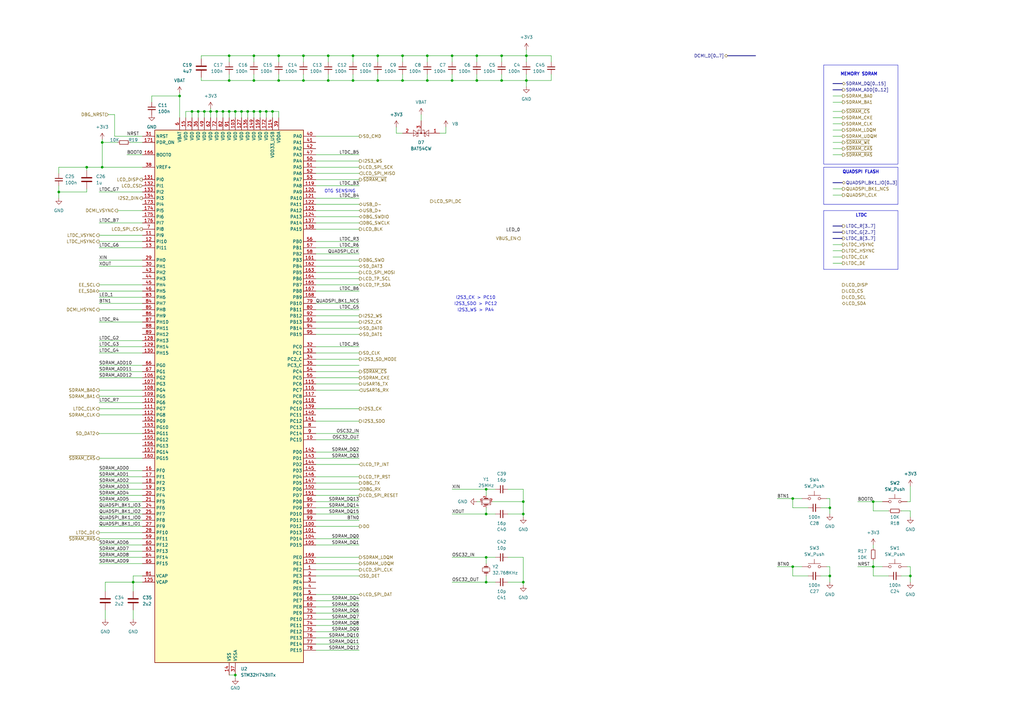
<source format=kicad_sch>
(kicad_sch (version 20231120) (generator "eeschema") (generator_version "8.0")
  (paper "A3")
  (junction (at 154.94 33.02))
  (junction (at 86.36 45.72))
  (junction (at 54.61 238.76))
  (junction (at 41.91 58.42))
  (junction (at 175.26 33.02))
  (junction (at 83.82 45.72))
  (junction (at 106.68 45.72))
  (junction (at 41.91 68.58))
  (junction (at 93.98 33.02))
  (junction (at 215.9 22.86))
  (junction (at 205.74 33.02))
  (junction (at 104.14 22.86))
  (junction (at 81.28 45.72))
  (junction (at 101.6 45.72))
  (junction (at 144.78 33.02))
  (junction (at 96.52 45.72))
  (junction (at 199.39 238.76))
  (junction (at 124.46 22.86))
  (junction (at 99.06 45.72))
  (junction (at 214.63 210.82))
  (junction (at 199.39 228.6))
  (junction (at 124.46 33.02))
  (junction (at 104.14 45.72))
  (junction (at 358.14 232.41))
  (junction (at 111.76 45.72))
  (junction (at 214.63 238.76))
  (junction (at 165.1 22.86))
  (junction (at 185.42 22.86))
  (junction (at 144.78 22.86))
  (junction (at 88.9 45.72))
  (junction (at 165.1 33.02))
  (junction (at 358.14 205.74))
  (junction (at 340.36 208.28))
  (junction (at 195.58 33.02))
  (junction (at 195.58 22.86))
  (junction (at 109.22 45.72))
  (junction (at 199.39 210.82))
  (junction (at 93.98 45.72))
  (junction (at 325.12 204.47))
  (junction (at 24.13 78.74))
  (junction (at 373.38 236.22))
  (junction (at 134.62 22.86))
  (junction (at 214.63 205.74))
  (junction (at 134.62 33.02))
  (junction (at 35.56 68.58))
  (junction (at 78.74 45.72))
  (junction (at 205.74 22.86))
  (junction (at 199.39 200.66))
  (junction (at 73.66 39.37))
  (junction (at 340.36 236.22))
  (junction (at 175.26 22.86))
  (junction (at 96.52 276.86))
  (junction (at 114.3 22.86))
  (junction (at 114.3 33.02))
  (junction (at 154.94 22.86))
  (junction (at 91.44 45.72))
  (junction (at 185.42 33.02))
  (junction (at 325.12 232.41))
  (junction (at 104.14 33.02))
  (junction (at 215.9 33.02))
  (junction (at 93.98 22.86))
  (wire (pts (xy 40.64 124.46) (xy 58.42 124.46)))
  (wire (pts (xy 40.64 187.96) (xy 58.42 187.96)))
  (wire (pts (xy 40.64 119.38) (xy 58.42 119.38)))
  (wire (pts (xy 175.26 30.48) (xy 175.26 33.02)))
  (wire (pts (xy 73.66 48.26) (xy 73.66 39.37)))
  (wire (pts (xy 331.47 208.28) (xy 325.12 208.28)))
  (wire (pts (xy 114.3 30.48) (xy 114.3 33.02)))
  (wire (pts (xy 40.64 78.74) (xy 58.42 78.74)))
  (wire (pts (xy 40.64 154.94) (xy 58.42 154.94)))
  (wire (pts (xy 214.63 205.74) (xy 214.63 210.82)))
  (wire (pts (xy 215.9 20.32) (xy 215.9 22.86)))
  (wire (pts (xy 195.58 33.02) (xy 185.42 33.02)))
  (wire (pts (xy 129.54 254) (xy 147.32 254)))
  (wire (pts (xy 86.36 45.72) (xy 83.82 45.72)))
  (wire (pts (xy 195.58 22.86) (xy 195.58 25.4)))
  (wire (pts (xy 147.32 99.06) (xy 129.54 99.06)))
  (wire (pts (xy 175.26 33.02) (xy 165.1 33.02)))
  (wire (pts (xy 147.32 76.2) (xy 129.54 76.2)))
  (wire (pts (xy 129.54 256.54) (xy 147.32 256.54)))
  (wire (pts (xy 40.64 198.12) (xy 58.42 198.12)))
  (wire (pts (xy 40.64 109.22) (xy 58.42 109.22)))
  (wire (pts (xy 372.11 205.74) (xy 373.38 205.74)))
  (wire (pts (xy 147.32 144.78) (xy 129.54 144.78)))
  (wire (pts (xy 214.63 238.76) (xy 214.63 240.03)))
  (wire (pts (xy 46.99 46.99) (xy 46.99 55.88)))
  (wire (pts (xy 40.64 132.08) (xy 58.42 132.08)))
  (wire (pts (xy 81.28 45.72) (xy 81.28 48.26)))
  (wire (pts (xy 114.3 22.86) (xy 114.3 25.4)))
  (wire (pts (xy 52.07 63.5) (xy 58.42 63.5)))
  (wire (pts (xy 358.14 209.55) (xy 358.14 205.74)))
  (wire (pts (xy 215.9 22.86) (xy 215.9 25.4)))
  (wire (pts (xy 76.2 48.26) (xy 76.2 45.72)))
  (wire (pts (xy 40.64 149.86) (xy 58.42 149.86)))
  (wire (pts (xy 40.64 228.6) (xy 58.42 228.6)))
  (wire (pts (xy 93.98 33.02) (xy 82.55 33.02)))
  (wire (pts (xy 129.54 266.7) (xy 147.32 266.7)))
  (wire (pts (xy 205.74 22.86) (xy 205.74 25.4)))
  (wire (pts (xy 199.39 228.6) (xy 199.39 231.14)))
  (wire (pts (xy 162.56 54.61) (xy 165.1 54.61)))
  (wire (pts (xy 214.63 200.66) (xy 214.63 205.74)))
  (wire (pts (xy 203.2 228.6) (xy 199.39 228.6)))
  (wire (pts (xy 104.14 22.86) (xy 93.98 22.86)))
  (wire (pts (xy 147.32 119.38) (xy 129.54 119.38)))
  (wire (pts (xy 86.36 45.72) (xy 86.36 48.26)))
  (wire (pts (xy 40.64 116.84) (xy 58.42 116.84)))
  (wire (pts (xy 341.63 45.72) (xy 345.44 45.72)))
  (wire (pts (xy 40.64 223.52) (xy 58.42 223.52)))
  (wire (pts (xy 58.42 238.76) (xy 54.61 238.76)))
  (wire (pts (xy 205.74 22.86) (xy 195.58 22.86)))
  (wire (pts (xy 340.36 204.47) (xy 340.36 208.28)))
  (wire (pts (xy 41.91 58.42) (xy 41.91 68.58)))
  (bus (pts (xy 341.63 97.79) (xy 345.44 97.79)))
  (wire (pts (xy 41.91 58.42) (xy 48.26 58.42)))
  (wire (pts (xy 53.34 58.42) (xy 58.42 58.42)))
  (bus (pts (xy 341.63 34.29) (xy 345.44 34.29)))
  (wire (pts (xy 154.94 22.86) (xy 144.78 22.86)))
  (wire (pts (xy 43.18 254) (xy 43.18 250.19)))
  (wire (pts (xy 144.78 22.86) (xy 134.62 22.86)))
  (wire (pts (xy 185.42 22.86) (xy 175.26 22.86)))
  (wire (pts (xy 147.32 55.88) (xy 129.54 55.88)))
  (wire (pts (xy 341.63 55.88) (xy 345.44 55.88)))
  (wire (pts (xy 93.98 22.86) (xy 82.55 22.86)))
  (wire (pts (xy 40.64 213.36) (xy 58.42 213.36)))
  (wire (pts (xy 24.13 76.2) (xy 24.13 78.74)))
  (wire (pts (xy 129.54 251.46) (xy 147.32 251.46)))
  (wire (pts (xy 144.78 33.02) (xy 134.62 33.02)))
  (wire (pts (xy 129.54 93.98) (xy 147.32 93.98)))
  (wire (pts (xy 147.32 142.24) (xy 129.54 142.24)))
  (wire (pts (xy 144.78 30.48) (xy 144.78 33.02)))
  (wire (pts (xy 134.62 22.86) (xy 134.62 25.4)))
  (wire (pts (xy 147.32 132.08) (xy 129.54 132.08)))
  (wire (pts (xy 54.61 238.76) (xy 54.61 242.57)))
  (wire (pts (xy 226.06 25.4) (xy 226.06 22.86)))
  (wire (pts (xy 129.54 116.84) (xy 147.32 116.84)))
  (wire (pts (xy 129.54 177.8) (xy 147.32 177.8)))
  (wire (pts (xy 341.63 80.01) (xy 345.44 80.01)))
  (wire (pts (xy 185.42 33.02) (xy 175.26 33.02)))
  (wire (pts (xy 165.1 22.86) (xy 165.1 25.4)))
  (wire (pts (xy 226.06 33.02) (xy 215.9 33.02)))
  (wire (pts (xy 88.9 45.72) (xy 88.9 48.26)))
  (wire (pts (xy 35.56 77.47) (xy 35.56 78.74)))
  (wire (pts (xy 325.12 208.28) (xy 325.12 204.47)))
  (wire (pts (xy 109.22 45.72) (xy 111.76 45.72)))
  (wire (pts (xy 129.54 200.66) (xy 147.32 200.66)))
  (wire (pts (xy 129.54 167.64) (xy 147.32 167.64)))
  (wire (pts (xy 341.63 60.96) (xy 345.44 60.96)))
  (wire (pts (xy 339.09 232.41) (xy 340.36 232.41)))
  (wire (pts (xy 147.32 129.54) (xy 129.54 129.54)))
  (wire (pts (xy 341.63 63.5) (xy 345.44 63.5)))
  (wire (pts (xy 154.94 30.48) (xy 154.94 33.02)))
  (wire (pts (xy 99.06 45.72) (xy 101.6 45.72)))
  (wire (pts (xy 44.45 46.99) (xy 46.99 46.99)))
  (wire (pts (xy 325.12 236.22) (xy 325.12 232.41)))
  (wire (pts (xy 147.32 149.86) (xy 129.54 149.86)))
  (wire (pts (xy 341.63 102.87) (xy 345.44 102.87)))
  (wire (pts (xy 124.46 22.86) (xy 114.3 22.86)))
  (wire (pts (xy 134.62 33.02) (xy 124.46 33.02)))
  (wire (pts (xy 106.68 45.72) (xy 109.22 45.72)))
  (wire (pts (xy 147.32 86.36) (xy 129.54 86.36)))
  (wire (pts (xy 199.39 238.76) (xy 199.39 236.22)))
  (wire (pts (xy 129.54 185.42) (xy 147.32 185.42)))
  (wire (pts (xy 147.32 109.22) (xy 129.54 109.22)))
  (wire (pts (xy 129.54 246.38) (xy 147.32 246.38)))
  (wire (pts (xy 40.64 170.18) (xy 58.42 170.18)))
  (wire (pts (xy 40.64 162.56) (xy 58.42 162.56)))
  (wire (pts (xy 214.63 210.82) (xy 214.63 212.09)))
  (wire (pts (xy 364.49 209.55) (xy 358.14 209.55)))
  (wire (pts (xy 340.36 236.22) (xy 340.36 238.76)))
  (wire (pts (xy 129.54 213.36) (xy 147.32 213.36)))
  (wire (pts (xy 147.32 63.5) (xy 129.54 63.5)))
  (wire (pts (xy 76.2 45.72) (xy 78.74 45.72)))
  (wire (pts (xy 154.94 22.86) (xy 154.94 25.4)))
  (wire (pts (xy 331.47 236.22) (xy 325.12 236.22)))
  (wire (pts (xy 124.46 33.02) (xy 114.3 33.02)))
  (wire (pts (xy 40.64 226.06) (xy 58.42 226.06)))
  (wire (pts (xy 185.42 30.48) (xy 185.42 33.02)))
  (wire (pts (xy 147.32 83.82) (xy 129.54 83.82)))
  (wire (pts (xy 96.52 45.72) (xy 99.06 45.72)))
  (wire (pts (xy 195.58 30.48) (xy 195.58 33.02)))
  (wire (pts (xy 199.39 210.82) (xy 199.39 208.28)))
  (wire (pts (xy 147.32 147.32) (xy 129.54 147.32)))
  (wire (pts (xy 40.64 127) (xy 58.42 127)))
  (wire (pts (xy 147.32 124.46) (xy 129.54 124.46)))
  (wire (pts (xy 165.1 30.48) (xy 165.1 33.02)))
  (wire (pts (xy 129.54 233.68) (xy 147.32 233.68)))
  (wire (pts (xy 46.99 55.88) (xy 58.42 55.88)))
  (wire (pts (xy 201.93 205.74) (xy 214.63 205.74)))
  (wire (pts (xy 82.55 31.75) (xy 82.55 33.02)))
  (wire (pts (xy 43.18 238.76) (xy 43.18 242.57)))
  (wire (pts (xy 369.57 236.22) (xy 373.38 236.22)))
  (wire (pts (xy 134.62 22.86) (xy 124.46 22.86)))
  (wire (pts (xy 78.74 45.72) (xy 81.28 45.72)))
  (wire (pts (xy 129.54 203.2) (xy 147.32 203.2)))
  (wire (pts (xy 205.74 33.02) (xy 195.58 33.02)))
  (wire (pts (xy 341.63 77.47) (xy 345.44 77.47)))
  (wire (pts (xy 147.32 137.16) (xy 129.54 137.16)))
  (wire (pts (xy 129.54 248.92) (xy 147.32 248.92)))
  (wire (pts (xy 147.32 236.22) (xy 129.54 236.22)))
  (wire (pts (xy 82.55 24.13) (xy 82.55 22.86)))
  (wire (pts (xy 147.32 195.58) (xy 129.54 195.58)))
  (wire (pts (xy 109.22 45.72) (xy 109.22 48.26)))
  (wire (pts (xy 147.32 152.4) (xy 129.54 152.4)))
  (wire (pts (xy 175.26 22.86) (xy 165.1 22.86)))
  (wire (pts (xy 203.2 200.66) (xy 199.39 200.66)))
  (wire (pts (xy 340.36 208.28) (xy 340.36 210.82)))
  (wire (pts (xy 129.54 187.96) (xy 147.32 187.96)))
  (wire (pts (xy 91.44 45.72) (xy 93.98 45.72)))
  (wire (pts (xy 24.13 78.74) (xy 35.56 78.74)))
  (wire (pts (xy 62.23 39.37) (xy 62.23 41.91)))
  (wire (pts (xy 114.3 22.86) (xy 104.14 22.86)))
  (wire (pts (xy 96.52 45.72) (xy 96.52 48.26)))
  (wire (pts (xy 185.42 238.76) (xy 199.39 238.76)))
  (wire (pts (xy 129.54 172.72) (xy 147.32 172.72)))
  (wire (pts (xy 341.63 58.42) (xy 345.44 58.42)))
  (wire (pts (xy 93.98 30.48) (xy 93.98 33.02)))
  (wire (pts (xy 104.14 33.02) (xy 93.98 33.02)))
  (wire (pts (xy 40.64 160.02) (xy 58.42 160.02)))
  (wire (pts (xy 111.76 45.72) (xy 114.3 45.72)))
  (wire (pts (xy 185.42 210.82) (xy 199.39 210.82)))
  (wire (pts (xy 318.77 232.41) (xy 325.12 232.41)))
  (wire (pts (xy 129.54 68.58) (xy 147.32 68.58)))
  (wire (pts (xy 341.63 100.33) (xy 345.44 100.33)))
  (wire (pts (xy 129.54 71.12) (xy 147.32 71.12)))
  (wire (pts (xy 147.32 66.04) (xy 129.54 66.04)))
  (wire (pts (xy 48.26 86.36) (xy 58.42 86.36)))
  (wire (pts (xy 358.14 223.52) (xy 358.14 224.79)))
  (wire (pts (xy 40.64 139.7) (xy 58.42 139.7)))
  (wire (pts (xy 40.64 205.74) (xy 58.42 205.74)))
  (wire (pts (xy 93.98 45.72) (xy 93.98 48.26)))
  (wire (pts (xy 40.64 195.58) (xy 58.42 195.58)))
  (wire (pts (xy 165.1 22.86) (xy 154.94 22.86)))
  (wire (pts (xy 147.32 157.48) (xy 129.54 157.48)))
  (wire (pts (xy 40.64 218.44) (xy 58.42 218.44)))
  (wire (pts (xy 129.54 243.84) (xy 147.32 243.84)))
  (wire (pts (xy 172.72 46.99) (xy 172.72 49.53)))
  (wire (pts (xy 226.06 22.86) (xy 215.9 22.86)))
  (wire (pts (xy 129.54 223.52) (xy 147.32 223.52)))
  (wire (pts (xy 40.64 152.4) (xy 58.42 152.4)))
  (wire (pts (xy 129.54 180.34) (xy 147.32 180.34)))
  (wire (pts (xy 73.66 39.37) (xy 62.23 39.37)))
  (wire (pts (xy 358.14 205.74) (xy 361.95 205.74)))
  (wire (pts (xy 165.1 33.02) (xy 154.94 33.02)))
  (wire (pts (xy 336.55 236.22) (xy 340.36 236.22)))
  (wire (pts (xy 40.64 203.2) (xy 58.42 203.2)))
  (wire (pts (xy 114.3 33.02) (xy 104.14 33.02)))
  (wire (pts (xy 215.9 30.48) (xy 215.9 33.02)))
  (wire (pts (xy 40.64 167.64) (xy 58.42 167.64)))
  (wire (pts (xy 104.14 22.86) (xy 104.14 25.4)))
  (wire (pts (xy 325.12 232.41) (xy 328.93 232.41)))
  (wire (pts (xy 86.36 45.72) (xy 88.9 45.72)))
  (wire (pts (xy 208.28 200.66) (xy 214.63 200.66)))
  (wire (pts (xy 147.32 91.44) (xy 129.54 91.44)))
  (wire (pts (xy 208.28 210.82) (xy 214.63 210.82)))
  (wire (pts (xy 129.54 261.62) (xy 147.32 261.62)))
  (wire (pts (xy 40.64 200.66) (xy 58.42 200.66)))
  (wire (pts (xy 129.54 198.12) (xy 147.32 198.12)))
  (wire (pts (xy 226.06 30.48) (xy 226.06 33.02)))
  (wire (pts (xy 40.64 144.78) (xy 58.42 144.78)))
  (wire (pts (xy 341.63 105.41) (xy 345.44 105.41)))
  (wire (pts (xy 147.32 81.28) (xy 129.54 81.28)))
  (wire (pts (xy 364.49 236.22) (xy 358.14 236.22)))
  (wire (pts (xy 341.63 39.37) (xy 345.44 39.37)))
  (wire (pts (xy 147.32 73.66) (xy 129.54 73.66)))
  (wire (pts (xy 54.61 254) (xy 54.61 250.19)))
  (wire (pts (xy 175.26 22.86) (xy 175.26 25.4)))
  (wire (pts (xy 134.62 30.48) (xy 134.62 33.02)))
  (wire (pts (xy 83.82 45.72) (xy 83.82 48.26)))
  (wire (pts (xy 129.54 220.98) (xy 147.32 220.98)))
  (wire (pts (xy 341.63 48.26) (xy 345.44 48.26)))
  (bus (pts (xy 341.63 74.93) (xy 345.44 74.93)))
  (wire (pts (xy 215.9 33.02) (xy 215.9 35.56)))
  (wire (pts (xy 93.98 45.72) (xy 96.52 45.72)))
  (wire (pts (xy 91.44 45.72) (xy 91.44 48.26)))
  (wire (pts (xy 101.6 45.72) (xy 104.14 45.72)))
  (wire (pts (xy 41.91 57.15) (xy 41.91 58.42)))
  (wire (pts (xy 373.38 232.41) (xy 373.38 236.22)))
  (wire (pts (xy 41.91 68.58) (xy 58.42 68.58)))
  (wire (pts (xy 35.56 68.58) (xy 41.91 68.58)))
  (wire (pts (xy 104.14 45.72) (xy 104.14 48.26)))
  (wire (pts (xy 86.36 44.45) (xy 86.36 45.72)))
  (wire (pts (xy 373.38 209.55) (xy 373.38 212.09)))
  (wire (pts (xy 336.55 208.28) (xy 340.36 208.28)))
  (wire (pts (xy 35.56 69.85) (xy 35.56 68.58)))
  (wire (pts (xy 40.64 215.9) (xy 58.42 215.9)))
  (wire (pts (xy 341.63 41.91) (xy 345.44 41.91)))
  (wire (pts (xy 99.06 45.72) (xy 99.06 48.26)))
  (wire (pts (xy 124.46 30.48) (xy 124.46 33.02)))
  (wire (pts (xy 340.36 232.41) (xy 340.36 236.22)))
  (wire (pts (xy 208.28 238.76) (xy 214.63 238.76)))
  (wire (pts (xy 104.14 30.48) (xy 104.14 33.02)))
  (wire (pts (xy 147.32 88.9) (xy 129.54 88.9)))
  (wire (pts (xy 341.63 50.8) (xy 345.44 50.8)))
  (wire (pts (xy 325.12 204.47) (xy 328.93 204.47)))
  (wire (pts (xy 24.13 78.74) (xy 24.13 81.28)))
  (wire (pts (xy 369.57 209.55) (xy 373.38 209.55)))
  (wire (pts (xy 351.79 232.41) (xy 358.14 232.41)))
  (wire (pts (xy 373.38 236.22) (xy 373.38 238.76)))
  (wire (pts (xy 40.64 99.06) (xy 58.42 99.06)))
  (wire (pts (xy 129.54 264.16) (xy 147.32 264.16)))
  (wire (pts (xy 339.09 204.47) (xy 340.36 204.47)))
  (wire (pts (xy 208.28 228.6) (xy 214.63 228.6)))
  (wire (pts (xy 373.38 199.39) (xy 373.38 205.74)))
  (wire (pts (xy 147.32 101.6) (xy 129.54 101.6)))
  (wire (pts (xy 129.54 215.9) (xy 147.32 215.9)))
  (wire (pts (xy 372.11 232.41) (xy 373.38 232.41)))
  (wire (pts (xy 147.32 190.5) (xy 129.54 190.5)))
  (wire (pts (xy 203.2 210.82) (xy 199.39 210.82)))
  (wire (pts (xy 58.42 236.22) (xy 54.61 236.22)))
  (wire (pts (xy 341.63 53.34) (xy 345.44 53.34)))
  (wire (pts (xy 318.77 204.47) (xy 325.12 204.47)))
  (wire (pts (xy 185.42 228.6) (xy 199.39 228.6)))
  (wire (pts (xy 147.32 106.68) (xy 129.54 106.68)))
  (wire (pts (xy 358.14 229.87) (xy 358.14 232.41)))
  (wire (pts (xy 341.63 107.95) (xy 345.44 107.95)))
  (wire (pts (xy 203.2 238.76) (xy 199.39 238.76)))
  (wire (pts (xy 93.98 22.86) (xy 93.98 25.4)))
  (wire (pts (xy 40.64 177.8) (xy 58.42 177.8)))
  (wire (pts (xy 129.54 231.14) (xy 147.32 231.14)))
  (wire (pts (xy 40.64 231.14) (xy 58.42 231.14)))
  (wire (pts (xy 40.64 220.98) (xy 58.42 220.98)))
  (wire (pts (xy 185.42 22.86) (xy 185.42 25.4)))
  (wire (pts (xy 114.3 45.72) (xy 114.3 48.26)))
  (wire (pts (xy 40.64 165.1) (xy 58.42 165.1)))
  (wire (pts (xy 24.13 68.58) (xy 24.13 71.12)))
  (wire (pts (xy 358.14 232.41) (xy 361.95 232.41)))
  (wire (pts (xy 147.32 111.76) (xy 129.54 111.76)))
  (wire (pts (xy 40.64 91.44) (xy 58.42 91.44)))
  (wire (pts (xy 162.56 52.07) (xy 162.56 54.61)))
  (bus (pts (xy 341.63 92.71) (xy 345.44 92.71)))
  (wire (pts (xy 78.74 45.72) (xy 78.74 48.26)))
  (wire (pts (xy 215.9 22.86) (xy 205.74 22.86)))
  (wire (pts (xy 215.9 33.02) (xy 205.74 33.02)))
  (wire (pts (xy 104.14 45.72) (xy 106.68 45.72)))
  (wire (pts (xy 111.76 45.72) (xy 111.76 48.26)))
  (wire (pts (xy 129.54 205.74) (xy 147.32 205.74)))
  (wire (pts (xy 40.64 96.52) (xy 58.42 96.52)))
  (wire (pts (xy 40.64 210.82) (xy 58.42 210.82)))
  (wire (pts (xy 147.32 134.62) (xy 129.54 134.62)))
  (bus (pts (xy 341.63 36.83) (xy 345.44 36.83)))
  (wire (pts (xy 129.54 114.3) (xy 147.32 114.3)))
  (wire (pts (xy 81.28 45.72) (xy 83.82 45.72)))
  (wire (pts (xy 129.54 259.08) (xy 147.32 259.08)))
  (wire (pts (xy 54.61 238.76) (xy 43.18 238.76)))
  (wire (pts (xy 106.68 45.72) (xy 106.68 48.26)))
  (wire (pts (xy 154.94 33.02) (xy 144.78 33.02)))
  (wire (pts (xy 96.52 276.86) (xy 96.52 278.13)))
  (wire (pts (xy 195.58 22.86) (xy 185.42 22.86)))
  (wire (pts (xy 40.64 106.68) (xy 58.42 106.68)))
  (wire (pts (xy 180.34 54.61) (xy 182.88 54.61)))
  (wire (pts (xy 73.66 38.1) (xy 73.66 39.37)))
  (bus (pts (xy 341.63 95.25) (xy 345.44 95.25)))
  (wire (pts (xy 214.63 228.6) (xy 214.63 238.76)))
  (wire (pts (xy 40.64 101.6) (xy 58.42 101.6)))
  (wire (pts (xy 54.61 236.22) (xy 54.61 238.76)))
  (wire (pts (xy 358.14 236.22) (xy 358.14 232.41)))
  (wire (pts (xy 147.32 160.02) (xy 129.54 160.02)))
  (bus (pts (xy 298.45 22.86) (xy 309.88 22.86)))
  (wire (pts (xy 24.13 68.58) (xy 35.56 68.58)))
  (wire (pts (xy 124.46 22.86) (xy 124.46 25.4)))
  (wire (pts (xy 199.39 200.66) (xy 199.39 203.2)))
  (wire (pts (xy 144.78 22.86) (xy 144.78 25.4)))
  (wire (pts (xy 129.54 210.82) (xy 147.32 210.82)))
  (wire (pts (xy 101.6 45.72) (xy 101.6 48.26)))
  (wire (pts (xy 182.88 54.61) (xy 182.88 52.07)))
  (wire (pts (xy 40.64 208.28) (xy 58.42 208.28)))
  (wire (pts (xy 129.54 228.6) (xy 147.32 228.6)))
  (wire (pts (xy 40.64 121.92) (xy 58.42 121.92)))
  (wire (pts (xy 185.42 200.66) (xy 199.39 200.66)))
  (wire (pts (xy 129.54 154.94) (xy 147.32 154.94)))
  (wire (pts (xy 93.98 276.86) (xy 96.52 276.86)))
  (wire (pts (xy 40.64 142.24) (xy 58.42 142.24)))
  (wire (pts (xy 351.79 205.74) (xy 358.14 205.74)))
  (wire (pts (xy 205.74 30.48) (xy 205.74 33.02)))
  (wire (pts (xy 129.54 208.28) (xy 147.32 208.28)))
  (wire (pts (xy 147.32 104.14) (xy 129.54 104.14)))
  (wire (pts (xy 147.32 127) (xy 129.54 127)))
  (wire (pts (xy 40.64 193.04) (xy 58.42 193.04)))
  (wire (pts (xy 196.85 205.74) (xy 195.58 205.74)))
  (wire (pts (xy 88.9 45.72) (xy 91.44 45.72)))
  (rectangle (start 337.82 68.58) (end 368.3 83.82))
  (rectangle (start 337.82 86.36) (end 368.3 110.49))
  (rectangle (start 337.82 26.67) (end 368.3 67.31))
  (text "QUADSPI FLASH" (at 353.06 70.612 0) (effects (font (size 1.27 1.27) (thickness 0.254) (bold yes))))
  (text "I2S3_WS > PA4" (at 195.072 127.254 0) (effects (font (size 1.27 1.27))))
  (text "I2S3_SDO > PC12" (at 195.072 124.714 0) (effects (font (size 1.27 1.27))))
  (text "I2S3_CK > PC10" (at 195.072 122.174 0) (effects (font (size 1.27 1.27))))
  (text "MEMORY SDRAM" (at 352.298 30.48 0) (effects (font (size 1.27 1.27) (bold yes))))
  (text "LTDC" (at 353.314 88.392 0) (effects (font (size 1.27 1.27) (thickness 0.254) (bold yes))))
  (text "OTG SENSING" (at 139.446 78.486 0) (effects (font (size 1.27 1.27))))
  (label "NRST" (at 52.07 55.88 0))
  (label "LTDC_R6" (at 147.32 101.6 180))
  (label "QUADSPI_BK1_IO3" (at 40.64 208.28 0))
  (label "SDRAM_DQ15" (at 147.32 210.82 180))
  (label "SDRAM_ADD1" (at 40.64 195.58 0))
  (label "BTN1" (at 40.64 124.46 0))
  (label "QUADSPI_BK1_IO1" (at 40.64 215.9 0))
  (label "XIN" (at 40.64 106.68 0))
  (label "XOUT" (at 40.64 109.22 0))
  (label "LTDC_B5" (at 147.32 63.5 180))
  (label "OSC32_OUT" (at 147.32 180.34 180))
  (label "BOOT0" (at 351.79 205.74 0))
  (label "LTDC_R5" (at 147.32 142.24 180))
  (label "LTDC_B6" (at 147.32 119.38 180))
  (label "QUADSPI_BK1_IO2" (at 40.64 210.82 0))
  (label "SDRAM_DQ1" (at 147.32 223.52 180))
  (label "LED_1" (at 40.64 121.92 0))
  (label "SDRAM_ADD0" (at 40.64 193.04 0))
  (label "SDRAM_DQ7" (at 147.32 254 180))
  (label "SDRAM_ADD5" (at 40.64 205.74 0))
  (label "SDRAM_DQ0" (at 147.32 220.98 180))
  (label "SDRAM_DQ10" (at 147.32 261.62 180))
  (label "LTDC_R7" (at 40.64 165.1 0))
  (label "LTDC_G3" (at 40.64 142.24 0))
  (label "OSC32_IN" (at 185.42 228.6 0))
  (label "LTDC_G4" (at 40.64 144.78 0))
  (label "LTDC_G7" (at 40.64 78.74 0))
  (label "LED_0" (at 213.36 95.25 180))
  (label "BTN0" (at 318.77 232.41 0))
  (label "LTDC_R4" (at 40.64 132.08 0))
  (label "LTDC_G6" (at 40.64 101.6 0))
  (label "QUADSPI_BK1_NCS" (at 147.32 124.46 180))
  (label "LTDC_G5" (at 147.32 127 180))
  (label "SDRAM_DQ11" (at 147.32 264.16 180))
  (label "SDRAM_ADD6" (at 40.64 223.52 0))
  (label "SDRAM_ADD9" (at 40.64 231.14 0))
  (label "SDRAM_DQ14" (at 147.32 208.28 180))
  (label "BTN0" (at 147.32 213.36 180))
  (label "LTDC_B7" (at 40.64 91.44 0))
  (label "SDRAM_DQ13" (at 147.32 205.74 180))
  (label "SDRAM_DQ6" (at 147.32 251.46 180))
  (label "SDRAM_ADD3" (at 40.64 200.66 0))
  (label "XOUT" (at 185.42 210.82 0))
  (label "SDRAM_ADD7" (at 40.64 226.06 0))
  (label "SDRAM_ADD8" (at 40.64 228.6 0))
  (label "SDRAM_DQ4" (at 147.32 246.38 180))
  (label "QUADSPI_CLK" (at 147.32 104.14 180))
  (label "QUADSPI_BK1_IO0" (at 40.64 213.36 0))
  (label "SDRAM_ADD10" (at 40.64 149.86 0))
  (label "SDRAM_ADD2" (at 40.64 198.12 0))
  (label "SDRAM_DQ9" (at 147.32 259.08 180))
  (label "LTDC_R3" (at 147.32 99.06 180))
  (label "SDRAM_ADD11" (at 40.64 152.4 0))
  (label "SDRAM_DQ8" (at 147.32 256.54 180))
  (label "OSC32_OUT" (at 185.42 238.76 0))
  (label "SDRAM_ADD4" (at 40.64 203.2 0))
  (label "NRST" (at 351.79 232.41 0))
  (label "XIN" (at 185.42 200.66 0))
  (label "SDRAM_DQ5" (at 147.32 248.92 180))
  (label "SDRAM_ADD12" (at 40.64 154.94 0))
  (label "LTDC_G2" (at 40.64 139.7 0))
  (label "SDRAM_DQ12" (at 147.32 266.7 180))
  (label "BTN1" (at 318.77 204.47 0))
  (label "OSC32_IN" (at 147.32 177.8 180))
  (label "BOOT0" (at 52.07 63.5 0))
  (label "LTDC_B4" (at 147.32 81.28 180))
  (label "SDRAM_DQ3" (at 147.32 187.96 180))
  (label "LTDC_B3" (at 147.32 76.2 180))
  (label "SDRAM_DQ2" (at 147.32 185.42 180))
  (hierarchical_label "LCD_SPI_CS" (shape output) (at 58.42 93.98 180))
  (hierarchical_label "LCD_CS" (shape input) (at 58.42 76.2 180))
  (hierarchical_label "LTDC_DE" (shape output) (at 40.64 218.44 180))
  (hierarchical_label "DBG_NRST" (shape input) (at 44.45 46.99 180))
  (hierarchical_label "DBG_SWO" (shape output) (at 147.32 106.68 0))
  (hierarchical_label "LCD_SPI_DAT" (shape bidirectional) (at 147.32 243.84 0))
  (hierarchical_label "~{SDRAM_CAS}" (shape output) (at 345.44 60.96 0))
  (hierarchical_label "LTDC_HSYNC" (shape output) (at 40.64 99.06 180))
  (hierarchical_label "~{SDRAM_WE}" (shape output) (at 147.32 73.66 0))
  (hierarchical_label "LCD_DISP" (shape output) (at 58.42 73.66 180))
  (hierarchical_label "LTDC_G[2..7]" (shape output) (at 345.44 95.25 0))
  (hierarchical_label "LCD_DISP" (shape output) (at 345.44 116.84 0))
  (hierarchical_label "DBG_RX" (shape input) (at 147.32 200.66 0))
  (hierarchical_label "LTDC_DE" (shape output) (at 345.44 107.95 0))
  (hierarchical_label "LCD_CS" (shape output) (at 345.44 119.38 0))
  (hierarchical_label "DBG_SWCLK" (shape input) (at 147.32 91.44 0))
  (hierarchical_label "I2S3_SD_MODE" (shape output) (at 147.32 147.32 0))
  (hierarchical_label "QUADSPI_BK1_IO[0..3]" (shape bidirectional) (at 345.44 74.93 0))
  (hierarchical_label "EE_SDA" (shape bidirectional) (at 40.64 119.38 180))
  (hierarchical_label "DBG_SWDIO" (shape bidirectional) (at 147.32 88.9 0))
  (hierarchical_label "SD_CLK" (shape output) (at 147.32 144.78 0))
  (hierarchical_label "SD_DAT3" (shape bidirectional) (at 147.32 109.22 0))
  (hierarchical_label "~{SDRAM_RAS}" (shape output) (at 40.64 220.98 180))
  (hierarchical_label "SDRAM_ADD[0..12]" (shape output) (at 345.44 36.83 0))
  (hierarchical_label "LCD_TP_RST" (shape output) (at 147.32 195.58 0))
  (hierarchical_label "LTDC_CLK" (shape output) (at 345.44 105.41 0))
  (hierarchical_label "I2S2_WS" (shape output) (at 147.32 129.54 0))
  (hierarchical_label "DCMI_HSYNC" (shape output) (at 40.64 127 180))
  (hierarchical_label "SD_DET" (shape input) (at 147.32 236.22 0))
  (hierarchical_label "SDRAM_UDQM" (shape output) (at 147.32 231.14 0))
  (hierarchical_label "QUADSPI_BK1_NCS" (shape output) (at 345.44 77.47 0))
  (hierarchical_label "I2S2_CK" (shape output) (at 147.32 132.08 0))
  (hierarchical_label "~{SDRAM_WE}" (shape output) (at 345.44 58.42 0))
  (hierarchical_label "LCD_SPI_CLK" (shape output) (at 147.32 233.68 0))
  (hierarchical_label "~{SDRAM_RAS}" (shape output) (at 345.44 63.5 0))
  (hierarchical_label "I2S2_DIN" (shape output) (at 58.42 81.28 180))
  (hierarchical_label "EE_SCL" (shape output) (at 40.64 116.84 180))
  (hierarchical_label "USB_D+" (shape bidirectional) (at 147.32 86.36 0))
  (hierarchical_label "LCD_SDA" (shape bidirectional) (at 345.44 124.46 0))
  (hierarchical_label "DO" (shape output) (at 147.32 215.9 0))
  (hierarchical_label "LCD_SPI_DC" (shape output) (at 176.53 82.55 0))
  (hierarchical_label "SDRAM_CKE" (shape output) (at 147.32 154.94 0))
  (hierarchical_label "QUADSPI_CLK" (shape output) (at 345.44 80.01 0))
  (hierarchical_label "~{SDRAM_CS}" (shape output) (at 345.44 45.72 0))
  (hierarchical_label "SDRAM_CLK" (shape output) (at 345.44 50.8 0))
  (hierarchical_label "LCD_TP_SDA" (shape bidirectional) (at 147.32 116.84 0))
  (hierarchical_label "SD_CMD" (shape output) (at 147.32 55.88 0))
  (hierarchical_label "VBUS_EN" (shape output) (at 213.36 97.79 180))
  (hierarchical_label "LCD_SPI_MOSI" (shape output) (at 147.32 111.76 0))
  (hierarchical_label "USART6_TX" (shape output) (at 147.32 157.48 0))
  (hierarchical_label "SD_DAT1" (shape bidirectional) (at 147.32 137.16 0))
  (hierarchical_label "DBG_TX" (shape output) (at 147.32 198.12 0))
  (hierarchical_label "I2S3_CK" (shape output) (at 147.32 167.64 0))
  (hierarchical_label "SDRAM_CKE" (shape output) (at 345.44 48.26 0))
  (hierarchical_label "I2S3_SDO" (shape output) (at 147.32 172.72 0))
  (hierarchical_label "SDRAM_LDQM" (shape output) (at 345.44 53.34 0))
  (hierarchical_label "SDRAM_BA0" (shape output) (at 40.64 160.02 180))
  (hierarchical_label "LCD_SPI_SCK" (shape output) (at 147.32 68.58 0))
  (hierarchical_label "USB_D-" (shape bidirectional) (at 147.32 83.82 0))
  (hierarchical_label "LTDC_HSYNC" (shape output) (at 345.44 102.87 0))
  (hierarchical_label "SD_DAT0" (shape bidirectional) (at 147.32 134.62 0))
  (hierarchical_label "LTDC_VSYNC" (shape output) (at 345.44 100.33 0))
  (hierarchical_label "LTDC_CLK" (shape output) (at 40.64 167.64 180))
  (hierarchical_label "~{SDRAM_CAS}" (shape output) (at 40.64 187.96 180))
  (hierarchical_label "SDRAM_BA1" (shape output) (at 40.64 162.56 180))
  (hierarchical_label "LCD_SCL" (shape output) (at 345.44 121.92 0))
  (hierarchical_label "LTDC_B[3..7]" (shape output) (at 345.44 97.79 0))
  (hierarchical_label "USART6_RX" (shape input) (at 147.32 160.02 0))
  (hierarchical_label "LTDC_VSYNC" (shape output) (at 40.64 96.52 180))
  (hierarchical_label "DCMI_VSYNC" (shape output) (at 48.26 86.36 180))
  (hierarchical_label "LCD_SPI_RESET" (shape output) (at 147.32 203.2 0))
  (hierarchical_label "LCD_SPI_MISO" (shape input) (at 147.32 71.12 0))
  (hierarchical_label "LCD_TP_INT" (shape input) (at 147.32 190.5 0))
  (hierarchical_label "SDRAM_UDQM" (shape output) (at 345.44 55.88 0))
  (hierarchical_label "SDRAM_DQ[0..15]" (shape bidirectional) (at 345.44 34.29 0))
  (hierarchical_label "SDRAM_LDQM" (shape output) (at 147.32 228.6 0))
  (hierarchical_label "LTDC_R[3..7]" (shape output) (at 345.44 92.71 0))
  (hierarchical_label "SDRAM_BA1" (shape output) (at 345.44 41.91 0))
  (hierarchical_label "I2S3_WS" (shape output) (at 147.32 66.04 0))
  (hierarchical_label "LCD_TP_SCL" (shape output) (at 147.32 114.3 0))
  (hierarchical_label "DCMI_D[0..7]" (shape bidirectional) (at 298.45 22.86 180))
  (hierarchical_label "SD_DAT2" (shape bidirectional) (at 40.64 177.8 180))
  (hierarchical_label "~{SDRAM_CS}" (shape output) (at 147.32 152.4 0))
  (hierarchical_label "SDRAM_CLK" (shape output) (at 40.64 170.18 180))
  (hierarchical_label "SDRAM_BA0" (shape output) (at 345.44 39.37 0))
  (hierarchical_label "LCD_BLK" (shape output) (at 147.32 93.98 0))
  (symbol (lib_id "Device:C_Small") (at 134.62 27.94 0) (mirror y) (unit 1)
    (property "Reference" "C13" (at 132.08 26.6763 0) (effects (justify left)))
    (property "Value" "100n" (at 132.08 29.2163 0) (effects (justify left)))
    (property "Footprint" "Capacitor_SMD:C_0402_1005Metric" (effects (hide yes)))
    (property "JLCPCB Part #" "C307331" (effects (hide yes)))
    (instances (project "chroma-pixel-zeta" (path "" (reference "C13") (unit 1))) (project "chroma-pixel-zeta" (path "" (reference "C25") (unit 1))))
  )
  (symbol (lib_id "Device:C_Small") (at 24.13 73.66 0) (unit 1)
    (property "Reference" "C25" (at 26.67 72.3963 0) (effects (justify left)))
    (property "Value" "100n" (at 26.67 74.9363 0) (effects (justify left)))
    (property "Footprint" "Capacitor_SMD:C_0402_1005Metric" (effects (hide yes)))
    (property "JLCPCB Part #" "C307331" (effects (hide yes)))
    (instances (project "chroma-pixel-zeta" (path "" (reference "C25") (unit 1))) (project "chroma-pixel-zeta" (path "" (reference "C15") (unit 1))))
  )
  (symbol (lib_id "Device:R_Small") (at 358.14 227.33 0) (mirror y) (unit 1)
    (property "Reference" "R17" (at 355.6 226.0599 0) (effects (justify left)))
    (property "Value" "10K" (at 355.6 228.5999 0) (effects (justify left)))
    (property "Footprint" "Resistor_SMD:R_0402_1005Metric" (effects (hide yes)))
    (property "Description" "Resistor, small symbol" (effects (hide yes)))
    (property "JLCPCB Part #" "C25744" (effects (hide yes)))
    (instances (project "chroma-pixel-zeta" (path "" (reference "R17") (unit 1))) (project "chroma-pixel-zeta" (path "" (reference "R21") (unit 1))))
  )
  (symbol (lib_id "Device:Crystal_GND24_Small") (at 199.39 205.74 90) (unit 1)
    (property "Reference" "Y1" (at 199.39 196.596 90))
    (property "Value" "25MHz" (at 199.39 199.136 90))
    (property "Footprint" "Crystal:Crystal_SMD_2520-4Pin_2.5x2.0mm" (effects (hide yes)))
    (property "Description" "Four pin crystal, GND on pins 2 and 4, small symbol" (effects (hide yes)))
    (property "JLCPCB Part #" "C255954" (effects (hide yes)))
  )
  (symbol (lib_name "+3V3_5") (lib_id "power:+3V3") (at 182.88 52.07 0) (unit 1)
    (property "Reference" "#PWR0104" (effects (hide yes)))
    (property "Value" "VB" (at 185.42 50.7999 0) (effects (justify left)))
    (property "Description" "Power symbol creates a global label with name \"+3V3\"" (effects (hide yes)))
    (instances (project "chroma-pixel-zeta" (path "" (reference "#PWR0104") (unit 1))) (project "chroma-pixel-zeta" (path "" (reference "#PWR068") (unit 1))))
  )
  (symbol (lib_name "+3V3_2") (lib_id "power:+3V3") (at 373.38 199.39 0) (unit 1)
    (property "Reference" "#PWR024" (effects (hide yes)))
    (property "Value" "+3V3" (at 373.38 194.31 0))
    (property "Description" "Power symbol creates a global label with name \"+3V3\"" (effects (hide yes)))
    (instances (project "chroma-pixel-zeta" (path "" (reference "#PWR024") (unit 1))) (project "chroma-pixel-zeta" (path "" (reference "#PWR077") (unit 1))))
  )
  (symbol (lib_name "GND_1") (lib_id "power:GND") (at 62.23 46.99 0) (unit 1)
    (property "Reference" "#PWR0101" (effects (hide yes)))
    (property "Value" "GND" (at 62.23 52.07 0))
    (property "Description" "Power symbol creates a global label with name \"GND\" , ground" (effects (hide yes)))
    (instances (project "chroma-pixel-zeta" (path "" (reference "#PWR0101") (unit 1))) (project "chroma-pixel-zeta" (path "" (reference "#PWR062") (unit 1))))
  )
  (symbol (lib_name "+3V3_2") (lib_id "power:+3V3") (at 358.14 223.52 0) (unit 1)
    (property "Reference" "#PWR023" (effects (hide yes)))
    (property "Value" "+3V3" (at 358.14 218.44 0))
    (property "Description" "Power symbol creates a global label with name \"+3V3\"" (effects (hide yes)))
    (instances (project "chroma-pixel-zeta" (path "" (reference "#PWR023") (unit 1))) (project "chroma-pixel-zeta" (path "" (reference "#PWR076") (unit 1))))
  )
  (symbol (lib_name "+3V3_5") (lib_id "power:+3V3") (at 172.72 46.99 0) (unit 1)
    (property "Reference" "#PWR0103" (effects (hide yes)))
    (property "Value" "VBAT" (at 172.72 41.91 0))
    (property "Description" "Power symbol creates a global label with name \"+3V3\"" (effects (hide yes)))
    (instances (project "chroma-pixel-zeta" (path "" (reference "#PWR0103") (unit 1))) (project "chroma-pixel-zeta" (path "" (reference "#PWR067") (unit 1))))
  )
  (symbol (lib_id "power:GND") (at 96.52 278.13 0) (unit 1)
    (property "Reference" "#PWR0118" (effects (hide yes)))
    (property "Value" "GND" (at 96.52 282.194 0))
    (instances (project "chroma-pixel-zeta" (path "" (reference "#PWR0118") (unit 1))) (project "chroma-pixel-zeta" (path "" (reference "#PWR065") (unit 1))))
  )
  (symbol (lib_id "power:GND") (at 373.38 212.09 0) (unit 1)
    (property "Reference" "#PWR025" (effects (hide yes)))
    (property "Value" "GND" (at 373.38 217.17 0))
    (property "Description" "Power symbol creates a global label with name \"GND\" , ground" (effects (hide yes)))
    (instances (project "chroma-pixel-zeta" (path "" (reference "#PWR025") (unit 1))) (project "chroma-pixel-zeta" (path "" (reference "#PWR078") (unit 1))))
  )
  (symbol (lib_id "Device:C_Small") (at 334.01 208.28 90) (mirror x) (unit 1)
    (property "Reference" "C28" (at 334.0163 214.63 90))
    (property "Value" "100n" (at 334.0163 212.09 90))
    (property "Footprint" "Capacitor_SMD:C_0402_1005Metric" (effects (hide yes)))
    (property "Description" "Unpolarized capacitor, small symbol" (effects (hide yes)))
    (property "JLCPCB Part #" "C307331" (effects (hide yes)))
    (instances (project "chroma-pixel-zeta" (path "" (reference "C28") (unit 1))) (project "chroma-pixel-zeta" (path "" (reference "C39") (unit 1))))
  )
  (symbol (lib_id "Device:C_Small") (at 205.74 228.6 90) (unit 1)
    (property "Reference" "C42" (at 205.7463 222.25 90))
    (property "Value" "10p" (at 205.7463 224.79 90))
    (property "Footprint" "Capacitor_SMD:C_0402_1005Metric" (effects (hide yes)))
    (property "Description" "Unpolarized capacitor, small symbol" (effects (hide yes)))
    (property "JLCPCB Part #" "C32949" (effects (hide yes)))
    (instances (project "chroma-pixel-zeta" (path "" (reference "C42") (unit 1))) (project "chroma-pixel-zeta" (path "" (reference "C35") (unit 1))))
  )
  (symbol (lib_id "Device:C_Small") (at 175.26 27.94 0) (mirror y) (unit 1)
    (property "Reference" "C8" (at 172.72 26.6763 0) (effects (justify left)))
    (property "Value" "100n" (at 172.72 29.2163 0) (effects (justify left)))
    (property "Footprint" "Capacitor_SMD:C_0402_1005Metric" (effects (hide yes)))
    (property "JLCPCB Part #" "C307331" (effects (hide yes)))
    (instances (project "chroma-pixel-zeta" (path "" (reference "C8") (unit 1))) (project "chroma-pixel-zeta" (path "" (reference "C29") (unit 1))))
  )
  (symbol (lib_id "Device:C_Small") (at 205.74 210.82 90) (mirror x) (unit 1)
    (property "Reference" "C40" (at 205.7463 217.17 90))
    (property "Value" "16p" (at 205.7463 214.63 90))
    (property "Footprint" "Capacitor_SMD:C_0402_1005Metric" (effects (hide yes)))
    (property "Description" "Unpolarized capacitor, small symbol" (effects (hide yes)))
    (property "JLCPCB Part #" "C77590" (effects (hide yes)))
    (instances (project "chroma-pixel-zeta" (path "" (reference "C40") (unit 1))) (project "chroma-pixel-zeta" (path "" (reference "C34") (unit 1))))
  )
  (symbol (lib_id "Device:C") (at 35.56 73.66 0) (unit 1)
    (property "Reference" "C26" (at 39.37 72.3899 0) (effects (justify left)))
    (property "Value" "1u" (at 39.37 74.9299 0) (effects (justify left)))
    (property "Footprint" "Capacitor_SMD:C_0603_1608Metric" (effects (hide yes)))
    (property "JLCPCB Part #" "C15849" (effects (hide yes)))
    (instances (project "chroma-pixel-zeta" (path "" (reference "C26") (unit 1))) (project "chroma-pixel-zeta" (path "" (reference "C16") (unit 1))))
  )
  (symbol (lib_id "Device:C") (at 43.18 246.38 0) (unit 1)
    (property "Reference" "C34" (at 46.99 245.11 0) (effects (justify left)))
    (property "Value" "2u2" (at 46.99 247.65 0) (effects (justify left)))
    (property "Footprint" "Capacitor_SMD:C_0603_1608Metric" (effects (hide yes)))
    (property "JLCPCB Part #" "C23630" (effects (hide yes)))
    (instances (project "chroma-pixel-zeta" (path "" (reference "C34") (unit 1))) (project "chroma-pixel-zeta" (path "" (reference "C17") (unit 1))))
  )
  (symbol (lib_id "Device:C_Small") (at 367.03 236.22 90) (mirror x) (unit 1)
    (property "Reference" "C24" (at 367.0363 242.57 90))
    (property "Value" "100n" (at 367.0363 240.03 90))
    (property "Footprint" "Capacitor_SMD:C_0402_1005Metric" (effects (hide yes)))
    (property "Description" "Unpolarized capacitor, small symbol" (effects (hide yes)))
    (property "JLCPCB Part #" "C307331" (effects (hide yes)))
    (instances (project "chroma-pixel-zeta" (path "" (reference "C24") (unit 1))) (project "chroma-pixel-zeta" (path "" (reference "C41") (unit 1))))
  )
  (symbol (lib_name "+3V3_1") (lib_id "power:+3V3") (at 86.36 44.45 0) (unit 1)
    (property "Reference" "#PWR0119" (effects (hide yes)))
    (property "Value" "+3V3" (at 86.36 39.37 0))
    (property "Description" "Power symbol creates a global label with name \"+3V3\"" (effects (hide yes)))
    (instances (project "chroma-pixel-zeta" (path "" (reference "#PWR0119") (unit 1))) (project "chroma-pixel-zeta" (path "" (reference "#PWR064") (unit 1))))
  )
  (symbol (lib_id "power:GND") (at 43.18 254 0) (unit 1)
    (property "Reference" "#PWR035" (effects (hide yes)))
    (property "Value" "GND" (at 43.18 259.08 0))
    (instances (project "chroma-pixel-zeta" (path "" (reference "#PWR035") (unit 1))) (project "chroma-pixel-zeta" (path "" (reference "#PWR060") (unit 1))))
  )
  (symbol (lib_id "Device:C_Small") (at 93.98 27.94 0) (mirror y) (unit 1)
    (property "Reference" "C17" (at 91.44 26.6763 0) (effects (justify left)))
    (property "Value" "100n" (at 91.44 29.2163 0) (effects (justify left)))
    (property "Footprint" "Capacitor_SMD:C_0402_1005Metric" (effects (hide yes)))
    (property "JLCPCB Part #" "C307331" (effects (hide yes)))
    (instances (project "chroma-pixel-zeta" (path "" (reference "C17") (unit 1))) (project "chroma-pixel-zeta" (path "" (reference "C21") (unit 1))))
  )
  (symbol (lib_name "+3V3_1") (lib_id "power:+3V3") (at 162.56 52.07 0) (unit 1)
    (property "Reference" "#PWR0105" (effects (hide yes)))
    (property "Value" "+3V3" (at 162.56 46.99 0))
    (property "Description" "Power symbol creates a global label with name \"+3V3\"" (effects (hide yes)))
    (instances (project "chroma-pixel-zeta" (path "" (reference "#PWR0105") (unit 1))) (project "chroma-pixel-zeta" (path "" (reference "#PWR066") (unit 1))))
  )
  (symbol (lib_id "Device:C_Small") (at 165.1 27.94 0) (mirror y) (unit 1)
    (property "Reference" "C9" (at 162.56 26.6763 0) (effects (justify left)))
    (property "Value" "100n" (at 162.56 29.2163 0) (effects (justify left)))
    (property "Footprint" "Capacitor_SMD:C_0402_1005Metric" (effects (hide yes)))
    (property "JLCPCB Part #" "C307331" (effects (hide yes)))
    (instances (project "chroma-pixel-zeta" (path "" (reference "C9") (unit 1))) (project "chroma-pixel-zeta" (path "" (reference "C28") (unit 1))))
  )
  (symbol (lib_name "+3V3_1") (lib_id "power:+3V3") (at 41.91 57.15 0) (unit 1)
    (property "Reference" "#PWR026" (effects (hide yes)))
    (property "Value" "+3V3" (at 41.91 52.07 0))
    (property "Description" "Power symbol creates a global label with name \"+3V3\"" (effects (hide yes)))
    (instances (project "chroma-pixel-zeta" (path "" (reference "#PWR026") (unit 1))) (project "chroma-pixel-zeta" (path "" (reference "#PWR059") (unit 1))))
  )
  (symbol (lib_id "Device:C") (at 54.61 246.38 0) (unit 1)
    (property "Reference" "C35" (at 58.42 245.11 0) (effects (justify left)))
    (property "Value" "2u2" (at 58.42 247.65 0) (effects (justify left)))
    (property "Footprint" "Capacitor_SMD:C_0603_1608Metric" (effects (hide yes)))
    (property "JLCPCB Part #" "C23630" (effects (hide yes)))
    (instances (project "chroma-pixel-zeta" (path "" (reference "C35") (unit 1))) (project "chroma-pixel-zeta" (path "" (reference "C18") (unit 1))))
  )
  (symbol (lib_id "power:GND") (at 54.61 254 0) (unit 1)
    (property "Reference" "#PWR036" (effects (hide yes)))
    (property "Value" "GND" (at 54.61 259.08 0))
    (instances (project "chroma-pixel-zeta" (path "" (reference "#PWR036") (unit 1))) (project "chroma-pixel-zeta" (path "" (reference "#PWR061") (unit 1))))
  )
  (symbol (lib_id "Device:C_Small") (at 185.42 27.94 0) (mirror y) (unit 1)
    (property "Reference" "C7" (at 182.88 26.6763 0) (effects (justify left)))
    (property "Value" "100n" (at 182.88 29.2163 0) (effects (justify left)))
    (property "Footprint" "Capacitor_SMD:C_0402_1005Metric" (effects (hide yes)))
    (property "JLCPCB Part #" "C307331" (effects (hide yes)))
    (instances (project "chroma-pixel-zeta" (path "" (reference "C7") (unit 1))) (project "chroma-pixel-zeta" (path "" (reference "C30") (unit 1))))
  )
  (symbol (lib_id "power:GND") (at 373.38 238.76 0) (unit 1)
    (property "Reference" "#PWR022" (effects (hide yes)))
    (property "Value" "GND" (at 373.38 243.84 0))
    (property "Description" "Power symbol creates a global label with name \"GND\" , ground" (effects (hide yes)))
    (instances (project "chroma-pixel-zeta" (path "" (reference "#PWR022") (unit 1))) (project "chroma-pixel-zeta" (path "" (reference "#PWR079") (unit 1))))
  )
  (symbol (lib_id "power:GND") (at 215.9 35.56 0) (mirror y) (unit 1)
    (property "Reference" "#PWR010" (effects (hide yes)))
    (property "Value" "GND" (at 215.9 40.64 0))
    (instances (project "chroma-pixel-zeta" (path "" (reference "#PWR010") (unit 1))) (project "chroma-pixel-zeta" (path "" (reference "#PWR073") (unit 1))))
  )
  (symbol (lib_id "Device:C_Small") (at 124.46 27.94 0) (mirror y) (unit 1)
    (property "Reference" "C14" (at 121.92 26.6763 0) (effects (justify left)))
    (property "Value" "100n" (at 121.92 29.2163 0) (effects (justify left)))
    (property "Footprint" "Capacitor_SMD:C_0402_1005Metric" (effects (hide yes)))
    (property "JLCPCB Part #" "C307331" (effects (hide yes)))
    (instances (project "chroma-pixel-zeta" (path "" (reference "C14") (unit 1))) (project "chroma-pixel-zeta" (path "" (reference "C24") (unit 1))))
  )
  (symbol (lib_name "GND_3") (lib_id "power:GND") (at 214.63 240.03 0) (unit 1)
    (property "Reference" "#PWR041" (effects (hide yes)))
    (property "Value" "GND" (at 214.63 245.11 0))
    (property "Description" "Power symbol creates a global label with name \"GND\" , ground" (effects (hide yes)))
    (instances (project "chroma-pixel-zeta" (path "" (reference "#PWR041") (unit 1))) (project "chroma-pixel-zeta" (path "" (reference "#PWR071") (unit 1))))
  )
  (symbol (lib_id "Device:C_Small") (at 195.58 27.94 0) (mirror y) (unit 1)
    (property "Reference" "C6" (at 193.04 26.6763 0) (effects (justify left)))
    (property "Value" "100n" (at 193.04 29.2163 0) (effects (justify left)))
    (property "Footprint" "Capacitor_SMD:C_0402_1005Metric" (effects (hide yes)))
    (property "JLCPCB Part #" "C307331" (effects (hide yes)))
    (instances (project "chroma-pixel-zeta" (path "" (reference "C6") (unit 1))) (project "chroma-pixel-zeta" (path "" (reference "C31") (unit 1))))
  )
  (symbol (lib_id "Switch:SW_Push") (at 334.01 204.47 0) (unit 1)
    (property "Reference" "SW4" (at 334.01 196.85 0))
    (property "Value" "SW_Push" (at 334.01 199.39 0))
    (property "Footprint" "Button_Switch_SMD:SW_SPST_PTS810" (effects (hide yes)))
    (property "Description" "Push button switch, generic, two pins" (effects (hide yes)))
    (property "JLCPCB Part #" "C127488" (effects (hide yes)))
    (instances (project "chroma-pixel-zeta" (path "" (reference "SW4") (unit 1))) (project "chroma-pixel-zeta" (path "" (reference "SW1") (unit 1))))
  )
  (symbol (lib_id "Device:Crystal_Small") (at 199.39 233.68 90) (unit 1)
    (property "Reference" "Y2" (at 201.93 232.4099 90) (effects (justify right)))
    (property "Value" "32.768KHz" (at 201.93 234.9499 90) (effects (justify right)))
    (property "Footprint" "Crystal:Crystal_SMD_2012-2Pin_2.0x1.2mm" (effects (hide yes)))
    (property "Description" "Two pin crystal, small symbol" (effects (hide yes)))
    (property "JLCPCB Part #" "C99009" (effects (hide yes)))
  )
  (symbol (lib_id "Switch:SW_Push") (at 367.03 232.41 0) (unit 1)
    (property "Reference" "SW1" (at 367.03 224.79 0))
    (property "Value" "SW_Push" (at 367.03 227.33 0))
    (property "Footprint" "Button_Switch_SMD:SW_SPST_PTS810" (effects (hide yes)))
    (property "Description" "Push button switch, generic, two pins" (effects (hide yes)))
    (property "JLCPCB Part #" "C127488" (effects (hide yes)))
    (instances (project "chroma-pixel-zeta" (path "" (reference "SW1") (unit 1))) (project "chroma-pixel-zeta" (path "" (reference "SW4") (unit 1))))
  )
  (symbol (lib_id "power:GND") (at 340.36 238.76 0) (unit 1)
    (property "Reference" "#PWR076" (effects (hide yes)))
    (property "Value" "GND" (at 340.36 243.84 0))
    (property "Description" "Power symbol creates a global label with name \"GND\" , ground" (effects (hide yes)))
    (instances (project "chroma-pixel-zeta" (path "" (reference "#PWR076") (unit 1))) (project "chroma-pixel-zeta" (path "" (reference "#PWR075") (unit 1))))
  )
  (symbol (lib_name "GND_3") (lib_id "power:GND") (at 195.58 205.74 270) (unit 1)
    (property "Reference" "#PWR040" (effects (hide yes)))
    (property "Value" "GND" (at 191.77 205.7399 90) (effects (justify right)))
    (property "Description" "Power symbol creates a global label with name \"GND\" , ground" (effects (hide yes)))
    (instances (project "chroma-pixel-zeta" (path "" (reference "#PWR040") (unit 1))) (project "chroma-pixel-zeta" (path "" (reference "#PWR069") (unit 1))))
  )
  (symbol (lib_id "Device:R_Small") (at 50.8 58.42 90) (unit 1)
    (property "Reference" "R19" (at 54.61 57.404 90))
    (property "Value" "10K" (at 46.99 57.404 90))
    (property "Footprint" "Resistor_SMD:R_0402_1005Metric" (effects (hide yes)))
    (property "Description" "Resistor, small symbol" (effects (hide yes)))
    (property "JLCPCB Part #" "C25744" (effects (hide yes)))
    (instances (project "chroma-pixel-zeta" (path "" (reference "R19") (unit 1))) (project "chroma-pixel-zeta" (path "" (reference "R20") (unit 1))))
  )
  (symbol (lib_id "Device:C_Small") (at 226.06 27.94 0) (mirror y) (unit 1)
    (property "Reference" "C45" (at 223.52 26.6763 0) (effects (justify left)))
    (property "Value" "100n" (at 223.52 29.2163 0) (effects (justify left)))
    (property "Footprint" "Capacitor_SMD:C_0402_1005Metric" (effects (hide yes)))
    (property "JLCPCB Part #" "C307331" (effects (hide yes)))
    (instances (project "chroma-pixel-zeta" (path "" (reference "C45") (unit 1))) (project "chroma-pixel-zeta" (path "" (reference "C38") (unit 1))))
  )
  (symbol (lib_name "+3V3_5") (lib_id "power:+3V3") (at 73.66 38.1 0) (unit 1)
    (property "Reference" "#PWR0102" (effects (hide yes)))
    (property "Value" "VBAT" (at 73.66 33.02 0))
    (property "Description" "Power symbol creates a global label with name \"+3V3\"" (effects (hide yes)))
    (instances (project "chroma-pixel-zeta" (path "" (reference "#PWR0102") (unit 1))) (project "chroma-pixel-zeta" (path "" (reference "#PWR063") (unit 1))))
  )
  (symbol (lib_id "power:GND") (at 24.13 81.28 0) (unit 1)
    (property "Reference" "#PWR074" (effects (hide yes)))
    (property "Value" "GND" (at 24.13 86.36 0))
    (property "Description" "Power symbol creates a global label with name \"GND\" , ground" (effects (hide yes)))
    (instances (project "chroma-pixel-zeta" (path "" (reference "#PWR074") (unit 1))) (project "chroma-pixel-zeta" (path "" (reference "#PWR058") (unit 1))))
  )
  (symbol (lib_id "Device:R_Small") (at 367.03 209.55 90) (mirror x) (unit 1)
    (property "Reference" "R18" (at 367.03 214.63 90))
    (property "Value" "10K" (at 367.03 212.09 90))
    (property "Footprint" "Resistor_SMD:R_0402_1005Metric" (effects (hide yes)))
    (property "Description" "Resistor, small symbol" (effects (hide yes)))
    (property "JLCPCB Part #" "C25744" (effects (hide yes)))
    (instances (project "chroma-pixel-zeta" (path "" (reference "R18") (unit 1))) (project "chroma-pixel-zeta" (path "" (reference "R22") (unit 1))))
  )
  (symbol (lib_id "Device:C_Small") (at 205.74 238.76 90) (mirror x) (unit 1)
    (property "Reference" "C41" (at 205.7463 245.11 90))
    (property "Value" "10p" (at 205.7463 242.57 90))
    (property "Footprint" "Capacitor_SMD:C_0402_1005Metric" (effects (hide yes)))
    (property "Description" "Unpolarized capacitor, small symbol" (effects (hide yes)))
    (property "JLCPCB Part #" "C32949" (effects (hide yes)))
    (instances (project "chroma-pixel-zeta" (path "" (reference "C41") (unit 1))) (project "chroma-pixel-zeta" (path "" (reference "C36") (unit 1))))
  )
  (symbol (lib_id "power:+3V3") (at 215.9 20.32 0) (mirror y) (unit 1)
    (property "Reference" "#PWR03" (effects (hide yes)))
    (property "Value" "+3V3" (at 215.9 15.24 0))
    (property "Description" "Power symbol creates a global label with name \"+3V3\"" (effects (hide yes)))
    (instances (project "chroma-pixel-zeta" (path "" (reference "#PWR03") (unit 1))) (project "chroma-pixel-zeta" (path "" (reference "#PWR072") (unit 1))))
  )
  (symbol (lib_id "Device:C_Small") (at 154.94 27.94 0) (mirror y) (unit 1)
    (property "Reference" "C10" (at 152.4 26.6763 0) (effects (justify left)))
    (property "Value" "100n" (at 152.4 29.2163 0) (effects (justify left)))
    (property "Footprint" "Capacitor_SMD:C_0402_1005Metric" (effects (hide yes)))
    (property "JLCPCB Part #" "C307331" (effects (hide yes)))
    (instances (project "chroma-pixel-zeta" (path "" (reference "C10") (unit 1))) (project "chroma-pixel-zeta" (path "" (reference "C27") (unit 1))))
  )
  (symbol (lib_id "Device:C") (at 82.55 27.94 0) (mirror y) (unit 1)
    (property "Reference" "C19" (at 78.74 26.67 0) (effects (justify left)))
    (property "Value" "4u7" (at 78.74 29.21 0) (effects (justify left)))
    (property "Footprint" "Capacitor_SMD:C_0603_1608Metric" (effects (hide yes)))
    (property "JLCPCB Part #" "C19666" (effects (hide yes)))
    (instances (project "chroma-pixel-zeta" (path "" (reference "C19") (unit 1))) (project "chroma-pixel-zeta" (path "" (reference "C20") (unit 1))))
  )
  (symbol (lib_id "MCU_ST_STM32H7:STM32H743IITx") (at 93.98 162.56 0) (unit 1)
    (property "Reference" "U2" (at 98.7141 274.32 0) (effects (justify left)))
    (property "Value" "STM32H743IITx" (at 98.7141 276.86 0) (effects (justify left)))
    (property "Footprint" "Package_QFP:LQFP-176_24x24mm_P0.5mm" (effects (hide yes)))
    (property "Datasheet" "https://www.st.com/resource/en/datasheet/stm32h743ii.pdf" (effects (hide yes)))
    (property "Description" "STMicroelectronics Arm Cortex-M7 MCU, 2048KB flash, 1024KB RAM, 480 MHz, 1.62-3.6V, 140 GPIO, LQFP176" (effects (hide yes)))
    (property "JLCPCB Part #" "C89597" (effects (hide yes)))
    (instances (project "chroma-pixel-zeta" (path "" (reference "U2") (unit 1))) (project "chroma-pixel-zeta" (path "" (reference "U5") (unit 1))))
  )
  (symbol (lib_id "Device:C_Small") (at 205.74 27.94 0) (mirror y) (unit 1)
    (property "Reference" "C5" (at 203.2 26.6763 0) (effects (justify left)))
    (property "Value" "100n" (at 203.2 29.2163 0) (effects (justify left)))
    (property "Footprint" "Capacitor_SMD:C_0402_1005Metric" (effects (hide yes)))
    (property "JLCPCB Part #" "C307331" (effects (hide yes)))
    (instances (project "chroma-pixel-zeta" (path "" (reference "C5") (unit 1))) (project "chroma-pixel-zeta" (path "" (reference "C32") (unit 1))))
  )
  (symbol (lib_id "Device:C_Small") (at 104.14 27.94 0) (mirror y) (unit 1)
    (property "Reference" "C16" (at 101.6 26.6763 0) (effects (justify left)))
    (property "Value" "100n" (at 101.6 29.2163 0) (effects (justify left)))
    (property "Footprint" "Capacitor_SMD:C_0402_1005Metric" (effects (hide yes)))
    (property "JLCPCB Part #" "C307331" (effects (hide yes)))
    (instances (project "chroma-pixel-zeta" (path "" (reference "C16") (unit 1))) (project "chroma-pixel-zeta" (path "" (reference "C22") (unit 1))))
  )
  (symbol (lib_id "Diode:BAT54CW") (at 172.72 54.61 180) (unit 1)
    (property "Reference" "D7" (at 172.72 58.42 0))
    (property "Value" "BAT54CW" (at 172.72 60.96 0))
    (property "Footprint" "Package_TO_SOT_SMD:SOT-23" (effects (hide yes)))
    (property "Datasheet" "https://assets.nexperia.com/documents/data-sheet/BAT54W_SER.pdf" (effects (hide yes)))
    (property "Description" "Dual schottky barrier diode, common cathode, SOT-323" (effects (hide yes)))
    (property "JLCPCB Part #" "C37704" (effects (hide yes)))
    (instances (project "chroma-pixel-zeta" (path "" (reference "D7") (unit 1))) (project "chroma-pixel-zeta" (path "" (reference "D6") (unit 1))))
  )
  (symbol (lib_id "Device:C_Small") (at 205.74 200.66 90) (unit 1)
    (property "Reference" "C39" (at 205.7463 194.31 90))
    (property "Value" "16p" (at 205.7463 196.85 90))
    (property "Footprint" "Capacitor_SMD:C_0402_1005Metric" (effects (hide yes)))
    (property "Description" "Unpolarized capacitor, small symbol" (effects (hide yes)))
    (property "JLCPCB Part #" "C77590" (effects (hide yes)))
    (instances (project "chroma-pixel-zeta" (path "" (reference "C39") (unit 1))) (project "chroma-pixel-zeta" (path "" (reference "C33") (unit 1))))
  )
  (symbol (lib_id "Device:C_Small") (at 114.3 27.94 0) (mirror y) (unit 1)
    (property "Reference" "C15" (at 111.76 26.6763 0) (effects (justify left)))
    (property "Value" "100n" (at 111.76 29.2163 0) (effects (justify left)))
    (property "Footprint" "Capacitor_SMD:C_0402_1005Metric" (effects (hide yes)))
    (property "JLCPCB Part #" "C307331" (effects (hide yes)))
    (instances (project "chroma-pixel-zeta" (path "" (reference "C15") (unit 1))) (project "chroma-pixel-zeta" (path "" (reference "C23") (unit 1))))
  )
  (symbol (lib_id "Device:C_Small") (at 334.01 236.22 90) (mirror x) (unit 1)
    (property "Reference" "C27" (at 334.0163 242.57 90))
    (property "Value" "100n" (at 334.0163 240.03 90))
    (property "Footprint" "Capacitor_SMD:C_0402_1005Metric" (effects (hide yes)))
    (property "Description" "Unpolarized capacitor, small symbol" (effects (hide yes)))
    (property "JLCPCB Part #" "C307331" (effects (hide yes)))
    (instances (project "chroma-pixel-zeta" (path "" (reference "C27") (unit 1))) (project "chroma-pixel-zeta" (path "" (reference "C40") (unit 1))))
  )
  (symbol (lib_id "Device:C_Small") (at 62.23 44.45 0) (unit 1)
    (property "Reference" "C11" (at 64.77 43.1863 0) (effects (justify left)))
    (property "Value" "100n" (at 64.77 45.7263 0) (effects (justify left)))
    (property "Footprint" "Capacitor_SMD:C_0402_1005Metric" (effects (hide yes)))
    (property "JLCPCB Part #" "C307331" (effects (hide yes)))
    (instances (project "chroma-pixel-zeta" (path "" (reference "C11") (unit 1))) (project "chroma-pixel-zeta" (path "" (reference "C19") (unit 1))))
  )
  (symbol (lib_id "Switch:SW_Push") (at 334.01 232.41 0) (unit 1)
    (property "Reference" "SW3" (at 334.01 224.79 0))
    (property "Value" "SW_Push" (at 334.01 227.33 0))
    (property "Footprint" "Button_Switch_SMD:SW_SPST_PTS810" (effects (hide yes)))
    (property "Description" "Push button switch, generic, two pins" (effects (hide yes)))
    (property "JLCPCB Part #" "C127488" (effects (hide yes)))
    (instances (project "chroma-pixel-zeta" (path "" (reference "SW3") (unit 1))) (project "chroma-pixel-zeta" (path "" (reference "SW2") (unit 1))))
  )
  (symbol (lib_name "GND_3") (lib_id "power:GND") (at 214.63 212.09 0) (unit 1)
    (property "Reference" "#PWR039" (effects (hide yes)))
    (property "Value" "GND" (at 214.63 217.17 0))
    (property "Description" "Power symbol creates a global label with name \"GND\" , ground" (effects (hide yes)))
    (instances (project "chroma-pixel-zeta" (path "" (reference "#PWR039") (unit 1))) (project "chroma-pixel-zeta" (path "" (reference "#PWR070") (unit 1))))
  )
  (symbol (lib_id "Device:C_Small") (at 144.78 27.94 0) (mirror y) (unit 1)
    (property "Reference" "C12" (at 142.24 26.6763 0) (effects (justify left)))
    (property "Value" "100n" (at 142.24 29.2163 0) (effects (justify left)))
    (property "Footprint" "Capacitor_SMD:C_0402_1005Metric" (effects (hide yes)))
    (property "JLCPCB Part #" "C307331" (effects (hide yes)))
    (instances (project "chroma-pixel-zeta" (path "" (reference "C12") (unit 1))) (project "chroma-pixel-zeta" (path "" (reference "C26") (unit 1))))
  )
  (symbol (lib_id "Device:C_Small") (at 215.9 27.94 0) (mirror y) (unit 1)
    (property "Reference" "C4" (at 213.36 26.6763 0) (effects (justify left)))
    (property "Value" "100n" (at 213.36 29.2163 0) (effects (justify left)))
    (property "Footprint" "Capacitor_SMD:C_0402_1005Metric" (effects (hide yes)))
    (property "JLCPCB Part #" "C307331" (effects (hide yes)))
    (instances (project "chroma-pixel-zeta" (path "" (reference "C4") (unit 1))) (project "chroma-pixel-zeta" (path "" (reference "C37") (unit 1))))
  )
  (symbol (lib_id "Switch:SW_Push") (at 367.03 205.74 0) (unit 1)
    (property "Reference" "SW2" (at 367.03 198.12 0))
    (property "Value" "SW_Push" (at 367.03 200.66 0))
    (property "Footprint" "Button_Switch_SMD:SW_SPST_PTS810" (effects (hide yes)))
    (property "Description" "Push button switch, generic, two pins" (effects (hide yes)))
    (property "JLCPCB Part #" "C127488" (effects (hide yes)))
    (instances (project "chroma-pixel-zeta" (path "" (reference "SW2") (unit 1))) (project "chroma-pixel-zeta" (path "" (reference "SW3") (unit 1))))
  )
  (symbol (lib_id "power:GND") (at 340.36 210.82 0) (unit 1)
    (property "Reference" "#PWR075" (effects (hide yes)))
    (property "Value" "GND" (at 340.36 215.9 0))
    (property "Description" "Power symbol creates a global label with name \"GND\" , ground" (effects (hide yes)))
    (instances (project "chroma-pixel-zeta" (path "" (reference "#PWR075") (unit 1))) (project "chroma-pixel-zeta" (path "" (reference "#PWR074") (unit 1))))
  )
)
</source>
